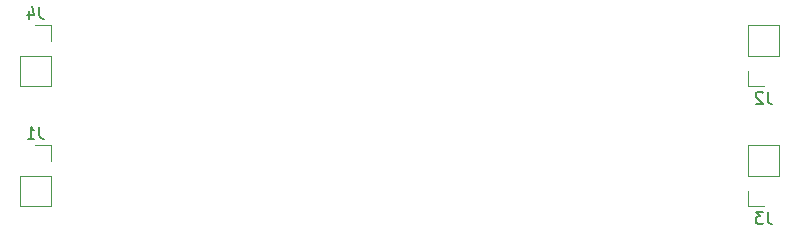
<source format=gbr>
G04 #@! TF.GenerationSoftware,KiCad,Pcbnew,7.0.9*
G04 #@! TF.CreationDate,2024-01-21T13:12:00+09:00*
G04 #@! TF.ProjectId,MB_Curling,4d425f43-7572-46c6-996e-672e6b696361,rev?*
G04 #@! TF.SameCoordinates,Original*
G04 #@! TF.FileFunction,Legend,Bot*
G04 #@! TF.FilePolarity,Positive*
%FSLAX46Y46*%
G04 Gerber Fmt 4.6, Leading zero omitted, Abs format (unit mm)*
G04 Created by KiCad (PCBNEW 7.0.9) date 2024-01-21 13:12:00*
%MOMM*%
%LPD*%
G01*
G04 APERTURE LIST*
%ADD10C,0.150000*%
%ADD11C,0.120000*%
G04 APERTURE END LIST*
D10*
X162893333Y-85604819D02*
X162893333Y-86319104D01*
X162893333Y-86319104D02*
X162940952Y-86461961D01*
X162940952Y-86461961D02*
X163036190Y-86557200D01*
X163036190Y-86557200D02*
X163179047Y-86604819D01*
X163179047Y-86604819D02*
X163274285Y-86604819D01*
X162512380Y-85604819D02*
X161893333Y-85604819D01*
X161893333Y-85604819D02*
X162226666Y-85985771D01*
X162226666Y-85985771D02*
X162083809Y-85985771D01*
X162083809Y-85985771D02*
X161988571Y-86033390D01*
X161988571Y-86033390D02*
X161940952Y-86081009D01*
X161940952Y-86081009D02*
X161893333Y-86176247D01*
X161893333Y-86176247D02*
X161893333Y-86414342D01*
X161893333Y-86414342D02*
X161940952Y-86509580D01*
X161940952Y-86509580D02*
X161988571Y-86557200D01*
X161988571Y-86557200D02*
X162083809Y-86604819D01*
X162083809Y-86604819D02*
X162369523Y-86604819D01*
X162369523Y-86604819D02*
X162464761Y-86557200D01*
X162464761Y-86557200D02*
X162512380Y-86509580D01*
X101228333Y-78404819D02*
X101228333Y-79119104D01*
X101228333Y-79119104D02*
X101275952Y-79261961D01*
X101275952Y-79261961D02*
X101371190Y-79357200D01*
X101371190Y-79357200D02*
X101514047Y-79404819D01*
X101514047Y-79404819D02*
X101609285Y-79404819D01*
X100228333Y-79404819D02*
X100799761Y-79404819D01*
X100514047Y-79404819D02*
X100514047Y-78404819D01*
X100514047Y-78404819D02*
X100609285Y-78547676D01*
X100609285Y-78547676D02*
X100704523Y-78642914D01*
X100704523Y-78642914D02*
X100799761Y-78690533D01*
X162893333Y-75444819D02*
X162893333Y-76159104D01*
X162893333Y-76159104D02*
X162940952Y-76301961D01*
X162940952Y-76301961D02*
X163036190Y-76397200D01*
X163036190Y-76397200D02*
X163179047Y-76444819D01*
X163179047Y-76444819D02*
X163274285Y-76444819D01*
X162464761Y-75540057D02*
X162417142Y-75492438D01*
X162417142Y-75492438D02*
X162321904Y-75444819D01*
X162321904Y-75444819D02*
X162083809Y-75444819D01*
X162083809Y-75444819D02*
X161988571Y-75492438D01*
X161988571Y-75492438D02*
X161940952Y-75540057D01*
X161940952Y-75540057D02*
X161893333Y-75635295D01*
X161893333Y-75635295D02*
X161893333Y-75730533D01*
X161893333Y-75730533D02*
X161940952Y-75873390D01*
X161940952Y-75873390D02*
X162512380Y-76444819D01*
X162512380Y-76444819D02*
X161893333Y-76444819D01*
X101228333Y-68244819D02*
X101228333Y-68959104D01*
X101228333Y-68959104D02*
X101275952Y-69101961D01*
X101275952Y-69101961D02*
X101371190Y-69197200D01*
X101371190Y-69197200D02*
X101514047Y-69244819D01*
X101514047Y-69244819D02*
X101609285Y-69244819D01*
X100323571Y-68578152D02*
X100323571Y-69244819D01*
X100561666Y-68197200D02*
X100799761Y-68911485D01*
X100799761Y-68911485D02*
X100180714Y-68911485D01*
D11*
X161230000Y-79950000D02*
X163890000Y-79950000D01*
X161230000Y-82550000D02*
X161230000Y-79950000D01*
X161230000Y-82550000D02*
X163890000Y-82550000D01*
X161230000Y-83820000D02*
X161230000Y-85150000D01*
X161230000Y-85150000D02*
X162560000Y-85150000D01*
X163890000Y-82550000D02*
X163890000Y-79950000D01*
X102225000Y-85150000D02*
X99565000Y-85150000D01*
X102225000Y-82550000D02*
X102225000Y-85150000D01*
X102225000Y-82550000D02*
X99565000Y-82550000D01*
X102225000Y-81280000D02*
X102225000Y-79950000D01*
X102225000Y-79950000D02*
X100895000Y-79950000D01*
X99565000Y-82550000D02*
X99565000Y-85150000D01*
X161230000Y-69790000D02*
X163890000Y-69790000D01*
X161230000Y-72390000D02*
X161230000Y-69790000D01*
X161230000Y-72390000D02*
X163890000Y-72390000D01*
X161230000Y-73660000D02*
X161230000Y-74990000D01*
X161230000Y-74990000D02*
X162560000Y-74990000D01*
X163890000Y-72390000D02*
X163890000Y-69790000D01*
X102225000Y-74990000D02*
X99565000Y-74990000D01*
X102225000Y-72390000D02*
X102225000Y-74990000D01*
X102225000Y-72390000D02*
X99565000Y-72390000D01*
X102225000Y-71120000D02*
X102225000Y-69790000D01*
X102225000Y-69790000D02*
X100895000Y-69790000D01*
X99565000Y-72390000D02*
X99565000Y-74990000D01*
M02*

</source>
